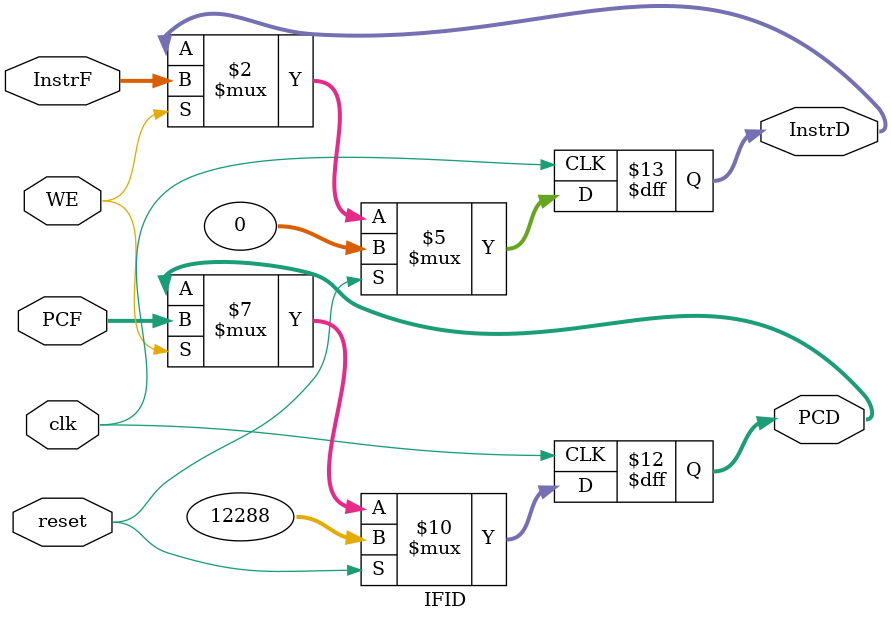
<source format=v>
`timescale 1ns / 1ps
`default_nettype none
`define InitPC 32'h0000_3000
`define InitData 32'h0000_0000
module IFID (
    input wire clk,
    input wire reset,
    input wire WE,
    input wire [31:0] InstrF,
    input wire [31:0] PCF,
    output reg [31:0] PCD,
    output reg [31:0] InstrD
);
    always @(posedge clk) begin
        if (reset) begin
            PCD <= `InitPC;
            InstrD <= `InitData;
        end else if (WE) begin
            InstrD <= InstrF;
            PCD <= PCF;
        end
    end

endmodule

</source>
